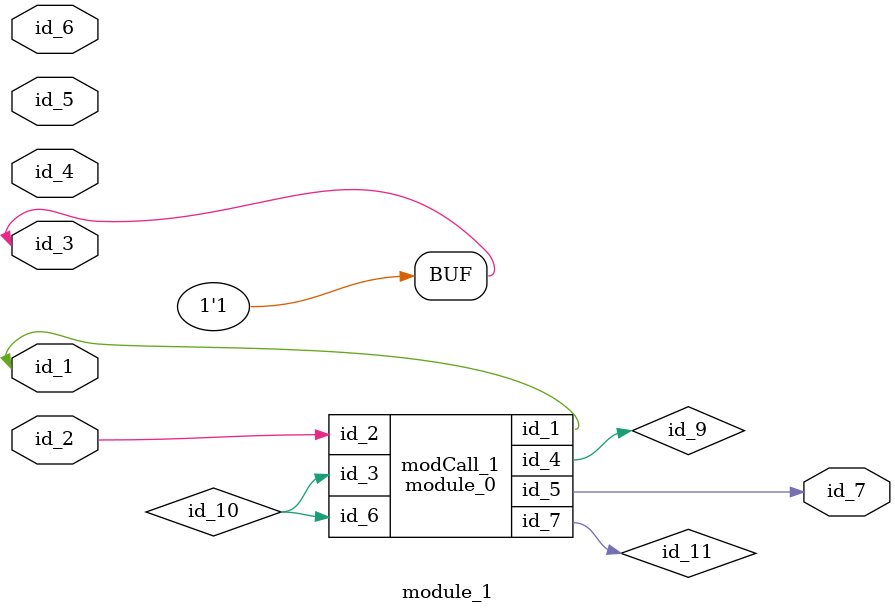
<source format=v>
module module_0 (
    id_1,
    id_2,
    id_3,
    id_4,
    id_5,
    id_6,
    id_7
);
  output wire id_7;
  input wire id_6;
  output wire id_5;
  output wire id_4;
  input wire id_3;
  input wire id_2;
  output wire id_1;
endmodule
module module_1 (
    id_1,
    id_2,
    id_3,
    id_4,
    id_5,
    id_6,
    id_7
);
  output wire id_7;
  input wire id_6;
  input wire id_5;
  input wire id_4;
  inout wire id_3;
  input wire id_2;
  inout wire id_1;
  wire id_8, id_9, id_10, id_11;
  module_0 modCall_1 (
      id_1,
      id_2,
      id_10,
      id_9,
      id_7,
      id_10,
      id_11
  );
  wire id_12;
  always begin : LABEL_0
    id_3 <= 1;
  end
endmodule

</source>
